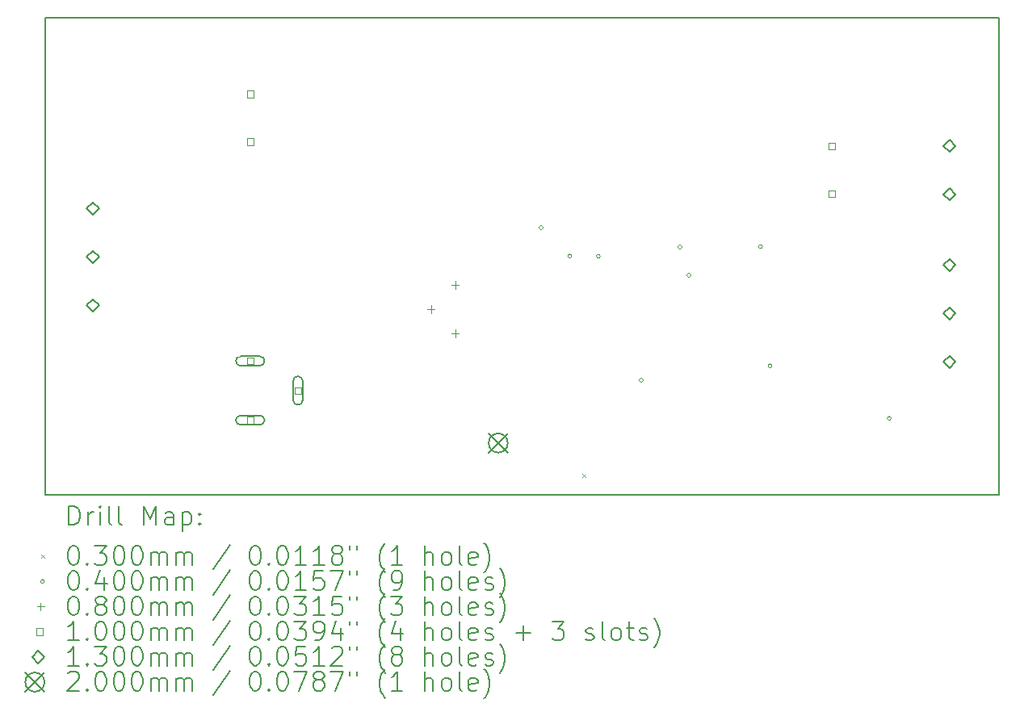
<source format=gbr>
%TF.GenerationSoftware,KiCad,Pcbnew,(6.0.10)*%
%TF.CreationDate,2023-01-08T15:35:18+00:00*%
%TF.ProjectId,NixiePowerAlternate,4e697869-6550-46f7-9765-72416c746572,rev?*%
%TF.SameCoordinates,Original*%
%TF.FileFunction,Drillmap*%
%TF.FilePolarity,Positive*%
%FSLAX45Y45*%
G04 Gerber Fmt 4.5, Leading zero omitted, Abs format (unit mm)*
G04 Created by KiCad (PCBNEW (6.0.10)) date 2023-01-08 15:35:18*
%MOMM*%
%LPD*%
G01*
G04 APERTURE LIST*
%ADD10C,0.150000*%
%ADD11C,0.200000*%
%ADD12C,0.030000*%
%ADD13C,0.040000*%
%ADD14C,0.080000*%
%ADD15C,0.100000*%
%ADD16C,0.130000*%
G04 APERTURE END LIST*
D10*
X20000000Y-15000000D02*
X10000000Y-15000000D01*
X10000000Y-15000000D02*
X10000000Y-10000000D01*
X10000000Y-10000000D02*
X20000000Y-10000000D01*
X20000000Y-10000000D02*
X20000000Y-15000000D01*
D11*
D12*
X15635000Y-14785000D02*
X15665000Y-14815000D01*
X15665000Y-14785000D02*
X15635000Y-14815000D01*
D13*
X15220000Y-12200000D02*
G75*
G03*
X15220000Y-12200000I-20000J0D01*
G01*
X15520000Y-12500000D02*
G75*
G03*
X15520000Y-12500000I-20000J0D01*
G01*
X15820000Y-12500000D02*
G75*
G03*
X15820000Y-12500000I-20000J0D01*
G01*
X16270000Y-13800000D02*
G75*
G03*
X16270000Y-13800000I-20000J0D01*
G01*
X16675000Y-12405000D02*
G75*
G03*
X16675000Y-12405000I-20000J0D01*
G01*
X16770000Y-12700000D02*
G75*
G03*
X16770000Y-12700000I-20000J0D01*
G01*
X17520000Y-12400000D02*
G75*
G03*
X17520000Y-12400000I-20000J0D01*
G01*
X17620000Y-13650000D02*
G75*
G03*
X17620000Y-13650000I-20000J0D01*
G01*
X18870000Y-14200000D02*
G75*
G03*
X18870000Y-14200000I-20000J0D01*
G01*
D14*
X14044500Y-13014000D02*
X14044500Y-13094000D01*
X14004500Y-13054000D02*
X14084500Y-13054000D01*
X14298500Y-12760000D02*
X14298500Y-12840000D01*
X14258500Y-12800000D02*
X14338500Y-12800000D01*
X14298500Y-13268000D02*
X14298500Y-13348000D01*
X14258500Y-13308000D02*
X14338500Y-13308000D01*
D15*
X12185356Y-10835356D02*
X12185356Y-10764644D01*
X12114644Y-10764644D01*
X12114644Y-10835356D01*
X12185356Y-10835356D01*
X12185356Y-11335356D02*
X12185356Y-11264644D01*
X12114644Y-11264644D01*
X12114644Y-11335356D01*
X12185356Y-11335356D01*
X12185356Y-13635356D02*
X12185356Y-13564644D01*
X12114644Y-13564644D01*
X12114644Y-13635356D01*
X12185356Y-13635356D01*
D11*
X12050000Y-13650000D02*
X12250000Y-13650000D01*
X12050000Y-13550000D02*
X12250000Y-13550000D01*
X12250000Y-13650000D02*
G75*
G03*
X12250000Y-13550000I0J50000D01*
G01*
X12050000Y-13550000D02*
G75*
G03*
X12050000Y-13650000I0J-50000D01*
G01*
D15*
X12185356Y-14255356D02*
X12185356Y-14184644D01*
X12114644Y-14184644D01*
X12114644Y-14255356D01*
X12185356Y-14255356D01*
D11*
X12050000Y-14270000D02*
X12250000Y-14270000D01*
X12050000Y-14170000D02*
X12250000Y-14170000D01*
X12250000Y-14270000D02*
G75*
G03*
X12250000Y-14170000I0J50000D01*
G01*
X12050000Y-14170000D02*
G75*
G03*
X12050000Y-14270000I0J-50000D01*
G01*
D15*
X12685356Y-13945356D02*
X12685356Y-13874644D01*
X12614644Y-13874644D01*
X12614644Y-13945356D01*
X12685356Y-13945356D01*
D11*
X12700000Y-14010000D02*
X12700000Y-13810000D01*
X12600000Y-14010000D02*
X12600000Y-13810000D01*
X12700000Y-13810000D02*
G75*
G03*
X12600000Y-13810000I-50000J0D01*
G01*
X12600000Y-14010000D02*
G75*
G03*
X12700000Y-14010000I50000J0D01*
G01*
D15*
X18285356Y-11379536D02*
X18285356Y-11308825D01*
X18214644Y-11308825D01*
X18214644Y-11379536D01*
X18285356Y-11379536D01*
X18285356Y-11879536D02*
X18285356Y-11808825D01*
X18214644Y-11808825D01*
X18214644Y-11879536D01*
X18285356Y-11879536D01*
D16*
X10500000Y-12065000D02*
X10565000Y-12000000D01*
X10500000Y-11935000D01*
X10435000Y-12000000D01*
X10500000Y-12065000D01*
X10500000Y-12573000D02*
X10565000Y-12508000D01*
X10500000Y-12443000D01*
X10435000Y-12508000D01*
X10500000Y-12573000D01*
X10500000Y-13081000D02*
X10565000Y-13016000D01*
X10500000Y-12951000D01*
X10435000Y-13016000D01*
X10500000Y-13081000D01*
X19480500Y-11407000D02*
X19545500Y-11342000D01*
X19480500Y-11277000D01*
X19415500Y-11342000D01*
X19480500Y-11407000D01*
X19480500Y-11915000D02*
X19545500Y-11850000D01*
X19480500Y-11785000D01*
X19415500Y-11850000D01*
X19480500Y-11915000D01*
X19480500Y-12658600D02*
X19545500Y-12593600D01*
X19480500Y-12528600D01*
X19415500Y-12593600D01*
X19480500Y-12658600D01*
X19480500Y-13166600D02*
X19545500Y-13101600D01*
X19480500Y-13036600D01*
X19415500Y-13101600D01*
X19480500Y-13166600D01*
X19480500Y-13674600D02*
X19545500Y-13609600D01*
X19480500Y-13544600D01*
X19415500Y-13609600D01*
X19480500Y-13674600D01*
D11*
X14650000Y-14360000D02*
X14850000Y-14560000D01*
X14850000Y-14360000D02*
X14650000Y-14560000D01*
X14850000Y-14460000D02*
G75*
G03*
X14850000Y-14460000I-100000J0D01*
G01*
X10250119Y-15317976D02*
X10250119Y-15117976D01*
X10297738Y-15117976D01*
X10326310Y-15127500D01*
X10345357Y-15146548D01*
X10354881Y-15165595D01*
X10364405Y-15203690D01*
X10364405Y-15232262D01*
X10354881Y-15270357D01*
X10345357Y-15289405D01*
X10326310Y-15308452D01*
X10297738Y-15317976D01*
X10250119Y-15317976D01*
X10450119Y-15317976D02*
X10450119Y-15184643D01*
X10450119Y-15222738D02*
X10459643Y-15203690D01*
X10469167Y-15194167D01*
X10488214Y-15184643D01*
X10507262Y-15184643D01*
X10573929Y-15317976D02*
X10573929Y-15184643D01*
X10573929Y-15117976D02*
X10564405Y-15127500D01*
X10573929Y-15137024D01*
X10583452Y-15127500D01*
X10573929Y-15117976D01*
X10573929Y-15137024D01*
X10697738Y-15317976D02*
X10678690Y-15308452D01*
X10669167Y-15289405D01*
X10669167Y-15117976D01*
X10802500Y-15317976D02*
X10783452Y-15308452D01*
X10773929Y-15289405D01*
X10773929Y-15117976D01*
X11031071Y-15317976D02*
X11031071Y-15117976D01*
X11097738Y-15260833D01*
X11164405Y-15117976D01*
X11164405Y-15317976D01*
X11345357Y-15317976D02*
X11345357Y-15213214D01*
X11335833Y-15194167D01*
X11316786Y-15184643D01*
X11278690Y-15184643D01*
X11259643Y-15194167D01*
X11345357Y-15308452D02*
X11326309Y-15317976D01*
X11278690Y-15317976D01*
X11259643Y-15308452D01*
X11250119Y-15289405D01*
X11250119Y-15270357D01*
X11259643Y-15251309D01*
X11278690Y-15241786D01*
X11326309Y-15241786D01*
X11345357Y-15232262D01*
X11440595Y-15184643D02*
X11440595Y-15384643D01*
X11440595Y-15194167D02*
X11459643Y-15184643D01*
X11497738Y-15184643D01*
X11516786Y-15194167D01*
X11526309Y-15203690D01*
X11535833Y-15222738D01*
X11535833Y-15279881D01*
X11526309Y-15298928D01*
X11516786Y-15308452D01*
X11497738Y-15317976D01*
X11459643Y-15317976D01*
X11440595Y-15308452D01*
X11621548Y-15298928D02*
X11631071Y-15308452D01*
X11621548Y-15317976D01*
X11612024Y-15308452D01*
X11621548Y-15298928D01*
X11621548Y-15317976D01*
X11621548Y-15194167D02*
X11631071Y-15203690D01*
X11621548Y-15213214D01*
X11612024Y-15203690D01*
X11621548Y-15194167D01*
X11621548Y-15213214D01*
D12*
X9962500Y-15632500D02*
X9992500Y-15662500D01*
X9992500Y-15632500D02*
X9962500Y-15662500D01*
D11*
X10288214Y-15537976D02*
X10307262Y-15537976D01*
X10326310Y-15547500D01*
X10335833Y-15557024D01*
X10345357Y-15576071D01*
X10354881Y-15614167D01*
X10354881Y-15661786D01*
X10345357Y-15699881D01*
X10335833Y-15718928D01*
X10326310Y-15728452D01*
X10307262Y-15737976D01*
X10288214Y-15737976D01*
X10269167Y-15728452D01*
X10259643Y-15718928D01*
X10250119Y-15699881D01*
X10240595Y-15661786D01*
X10240595Y-15614167D01*
X10250119Y-15576071D01*
X10259643Y-15557024D01*
X10269167Y-15547500D01*
X10288214Y-15537976D01*
X10440595Y-15718928D02*
X10450119Y-15728452D01*
X10440595Y-15737976D01*
X10431071Y-15728452D01*
X10440595Y-15718928D01*
X10440595Y-15737976D01*
X10516786Y-15537976D02*
X10640595Y-15537976D01*
X10573929Y-15614167D01*
X10602500Y-15614167D01*
X10621548Y-15623690D01*
X10631071Y-15633214D01*
X10640595Y-15652262D01*
X10640595Y-15699881D01*
X10631071Y-15718928D01*
X10621548Y-15728452D01*
X10602500Y-15737976D01*
X10545357Y-15737976D01*
X10526310Y-15728452D01*
X10516786Y-15718928D01*
X10764405Y-15537976D02*
X10783452Y-15537976D01*
X10802500Y-15547500D01*
X10812024Y-15557024D01*
X10821548Y-15576071D01*
X10831071Y-15614167D01*
X10831071Y-15661786D01*
X10821548Y-15699881D01*
X10812024Y-15718928D01*
X10802500Y-15728452D01*
X10783452Y-15737976D01*
X10764405Y-15737976D01*
X10745357Y-15728452D01*
X10735833Y-15718928D01*
X10726310Y-15699881D01*
X10716786Y-15661786D01*
X10716786Y-15614167D01*
X10726310Y-15576071D01*
X10735833Y-15557024D01*
X10745357Y-15547500D01*
X10764405Y-15537976D01*
X10954881Y-15537976D02*
X10973929Y-15537976D01*
X10992976Y-15547500D01*
X11002500Y-15557024D01*
X11012024Y-15576071D01*
X11021548Y-15614167D01*
X11021548Y-15661786D01*
X11012024Y-15699881D01*
X11002500Y-15718928D01*
X10992976Y-15728452D01*
X10973929Y-15737976D01*
X10954881Y-15737976D01*
X10935833Y-15728452D01*
X10926310Y-15718928D01*
X10916786Y-15699881D01*
X10907262Y-15661786D01*
X10907262Y-15614167D01*
X10916786Y-15576071D01*
X10926310Y-15557024D01*
X10935833Y-15547500D01*
X10954881Y-15537976D01*
X11107262Y-15737976D02*
X11107262Y-15604643D01*
X11107262Y-15623690D02*
X11116786Y-15614167D01*
X11135833Y-15604643D01*
X11164405Y-15604643D01*
X11183452Y-15614167D01*
X11192976Y-15633214D01*
X11192976Y-15737976D01*
X11192976Y-15633214D02*
X11202500Y-15614167D01*
X11221548Y-15604643D01*
X11250119Y-15604643D01*
X11269167Y-15614167D01*
X11278690Y-15633214D01*
X11278690Y-15737976D01*
X11373928Y-15737976D02*
X11373928Y-15604643D01*
X11373928Y-15623690D02*
X11383452Y-15614167D01*
X11402500Y-15604643D01*
X11431071Y-15604643D01*
X11450119Y-15614167D01*
X11459643Y-15633214D01*
X11459643Y-15737976D01*
X11459643Y-15633214D02*
X11469167Y-15614167D01*
X11488214Y-15604643D01*
X11516786Y-15604643D01*
X11535833Y-15614167D01*
X11545357Y-15633214D01*
X11545357Y-15737976D01*
X11935833Y-15528452D02*
X11764405Y-15785595D01*
X12192976Y-15537976D02*
X12212024Y-15537976D01*
X12231071Y-15547500D01*
X12240595Y-15557024D01*
X12250119Y-15576071D01*
X12259643Y-15614167D01*
X12259643Y-15661786D01*
X12250119Y-15699881D01*
X12240595Y-15718928D01*
X12231071Y-15728452D01*
X12212024Y-15737976D01*
X12192976Y-15737976D01*
X12173928Y-15728452D01*
X12164405Y-15718928D01*
X12154881Y-15699881D01*
X12145357Y-15661786D01*
X12145357Y-15614167D01*
X12154881Y-15576071D01*
X12164405Y-15557024D01*
X12173928Y-15547500D01*
X12192976Y-15537976D01*
X12345357Y-15718928D02*
X12354881Y-15728452D01*
X12345357Y-15737976D01*
X12335833Y-15728452D01*
X12345357Y-15718928D01*
X12345357Y-15737976D01*
X12478690Y-15537976D02*
X12497738Y-15537976D01*
X12516786Y-15547500D01*
X12526309Y-15557024D01*
X12535833Y-15576071D01*
X12545357Y-15614167D01*
X12545357Y-15661786D01*
X12535833Y-15699881D01*
X12526309Y-15718928D01*
X12516786Y-15728452D01*
X12497738Y-15737976D01*
X12478690Y-15737976D01*
X12459643Y-15728452D01*
X12450119Y-15718928D01*
X12440595Y-15699881D01*
X12431071Y-15661786D01*
X12431071Y-15614167D01*
X12440595Y-15576071D01*
X12450119Y-15557024D01*
X12459643Y-15547500D01*
X12478690Y-15537976D01*
X12735833Y-15737976D02*
X12621548Y-15737976D01*
X12678690Y-15737976D02*
X12678690Y-15537976D01*
X12659643Y-15566548D01*
X12640595Y-15585595D01*
X12621548Y-15595119D01*
X12926309Y-15737976D02*
X12812024Y-15737976D01*
X12869167Y-15737976D02*
X12869167Y-15537976D01*
X12850119Y-15566548D01*
X12831071Y-15585595D01*
X12812024Y-15595119D01*
X13040595Y-15623690D02*
X13021548Y-15614167D01*
X13012024Y-15604643D01*
X13002500Y-15585595D01*
X13002500Y-15576071D01*
X13012024Y-15557024D01*
X13021548Y-15547500D01*
X13040595Y-15537976D01*
X13078690Y-15537976D01*
X13097738Y-15547500D01*
X13107262Y-15557024D01*
X13116786Y-15576071D01*
X13116786Y-15585595D01*
X13107262Y-15604643D01*
X13097738Y-15614167D01*
X13078690Y-15623690D01*
X13040595Y-15623690D01*
X13021548Y-15633214D01*
X13012024Y-15642738D01*
X13002500Y-15661786D01*
X13002500Y-15699881D01*
X13012024Y-15718928D01*
X13021548Y-15728452D01*
X13040595Y-15737976D01*
X13078690Y-15737976D01*
X13097738Y-15728452D01*
X13107262Y-15718928D01*
X13116786Y-15699881D01*
X13116786Y-15661786D01*
X13107262Y-15642738D01*
X13097738Y-15633214D01*
X13078690Y-15623690D01*
X13192976Y-15537976D02*
X13192976Y-15576071D01*
X13269167Y-15537976D02*
X13269167Y-15576071D01*
X13564405Y-15814167D02*
X13554881Y-15804643D01*
X13535833Y-15776071D01*
X13526309Y-15757024D01*
X13516786Y-15728452D01*
X13507262Y-15680833D01*
X13507262Y-15642738D01*
X13516786Y-15595119D01*
X13526309Y-15566548D01*
X13535833Y-15547500D01*
X13554881Y-15518928D01*
X13564405Y-15509405D01*
X13745357Y-15737976D02*
X13631071Y-15737976D01*
X13688214Y-15737976D02*
X13688214Y-15537976D01*
X13669167Y-15566548D01*
X13650119Y-15585595D01*
X13631071Y-15595119D01*
X13983452Y-15737976D02*
X13983452Y-15537976D01*
X14069167Y-15737976D02*
X14069167Y-15633214D01*
X14059643Y-15614167D01*
X14040595Y-15604643D01*
X14012024Y-15604643D01*
X13992976Y-15614167D01*
X13983452Y-15623690D01*
X14192976Y-15737976D02*
X14173928Y-15728452D01*
X14164405Y-15718928D01*
X14154881Y-15699881D01*
X14154881Y-15642738D01*
X14164405Y-15623690D01*
X14173928Y-15614167D01*
X14192976Y-15604643D01*
X14221548Y-15604643D01*
X14240595Y-15614167D01*
X14250119Y-15623690D01*
X14259643Y-15642738D01*
X14259643Y-15699881D01*
X14250119Y-15718928D01*
X14240595Y-15728452D01*
X14221548Y-15737976D01*
X14192976Y-15737976D01*
X14373928Y-15737976D02*
X14354881Y-15728452D01*
X14345357Y-15709405D01*
X14345357Y-15537976D01*
X14526309Y-15728452D02*
X14507262Y-15737976D01*
X14469167Y-15737976D01*
X14450119Y-15728452D01*
X14440595Y-15709405D01*
X14440595Y-15633214D01*
X14450119Y-15614167D01*
X14469167Y-15604643D01*
X14507262Y-15604643D01*
X14526309Y-15614167D01*
X14535833Y-15633214D01*
X14535833Y-15652262D01*
X14440595Y-15671309D01*
X14602500Y-15814167D02*
X14612024Y-15804643D01*
X14631071Y-15776071D01*
X14640595Y-15757024D01*
X14650119Y-15728452D01*
X14659643Y-15680833D01*
X14659643Y-15642738D01*
X14650119Y-15595119D01*
X14640595Y-15566548D01*
X14631071Y-15547500D01*
X14612024Y-15518928D01*
X14602500Y-15509405D01*
D13*
X9992500Y-15911500D02*
G75*
G03*
X9992500Y-15911500I-20000J0D01*
G01*
D11*
X10288214Y-15801976D02*
X10307262Y-15801976D01*
X10326310Y-15811500D01*
X10335833Y-15821024D01*
X10345357Y-15840071D01*
X10354881Y-15878167D01*
X10354881Y-15925786D01*
X10345357Y-15963881D01*
X10335833Y-15982928D01*
X10326310Y-15992452D01*
X10307262Y-16001976D01*
X10288214Y-16001976D01*
X10269167Y-15992452D01*
X10259643Y-15982928D01*
X10250119Y-15963881D01*
X10240595Y-15925786D01*
X10240595Y-15878167D01*
X10250119Y-15840071D01*
X10259643Y-15821024D01*
X10269167Y-15811500D01*
X10288214Y-15801976D01*
X10440595Y-15982928D02*
X10450119Y-15992452D01*
X10440595Y-16001976D01*
X10431071Y-15992452D01*
X10440595Y-15982928D01*
X10440595Y-16001976D01*
X10621548Y-15868643D02*
X10621548Y-16001976D01*
X10573929Y-15792452D02*
X10526310Y-15935309D01*
X10650119Y-15935309D01*
X10764405Y-15801976D02*
X10783452Y-15801976D01*
X10802500Y-15811500D01*
X10812024Y-15821024D01*
X10821548Y-15840071D01*
X10831071Y-15878167D01*
X10831071Y-15925786D01*
X10821548Y-15963881D01*
X10812024Y-15982928D01*
X10802500Y-15992452D01*
X10783452Y-16001976D01*
X10764405Y-16001976D01*
X10745357Y-15992452D01*
X10735833Y-15982928D01*
X10726310Y-15963881D01*
X10716786Y-15925786D01*
X10716786Y-15878167D01*
X10726310Y-15840071D01*
X10735833Y-15821024D01*
X10745357Y-15811500D01*
X10764405Y-15801976D01*
X10954881Y-15801976D02*
X10973929Y-15801976D01*
X10992976Y-15811500D01*
X11002500Y-15821024D01*
X11012024Y-15840071D01*
X11021548Y-15878167D01*
X11021548Y-15925786D01*
X11012024Y-15963881D01*
X11002500Y-15982928D01*
X10992976Y-15992452D01*
X10973929Y-16001976D01*
X10954881Y-16001976D01*
X10935833Y-15992452D01*
X10926310Y-15982928D01*
X10916786Y-15963881D01*
X10907262Y-15925786D01*
X10907262Y-15878167D01*
X10916786Y-15840071D01*
X10926310Y-15821024D01*
X10935833Y-15811500D01*
X10954881Y-15801976D01*
X11107262Y-16001976D02*
X11107262Y-15868643D01*
X11107262Y-15887690D02*
X11116786Y-15878167D01*
X11135833Y-15868643D01*
X11164405Y-15868643D01*
X11183452Y-15878167D01*
X11192976Y-15897214D01*
X11192976Y-16001976D01*
X11192976Y-15897214D02*
X11202500Y-15878167D01*
X11221548Y-15868643D01*
X11250119Y-15868643D01*
X11269167Y-15878167D01*
X11278690Y-15897214D01*
X11278690Y-16001976D01*
X11373928Y-16001976D02*
X11373928Y-15868643D01*
X11373928Y-15887690D02*
X11383452Y-15878167D01*
X11402500Y-15868643D01*
X11431071Y-15868643D01*
X11450119Y-15878167D01*
X11459643Y-15897214D01*
X11459643Y-16001976D01*
X11459643Y-15897214D02*
X11469167Y-15878167D01*
X11488214Y-15868643D01*
X11516786Y-15868643D01*
X11535833Y-15878167D01*
X11545357Y-15897214D01*
X11545357Y-16001976D01*
X11935833Y-15792452D02*
X11764405Y-16049595D01*
X12192976Y-15801976D02*
X12212024Y-15801976D01*
X12231071Y-15811500D01*
X12240595Y-15821024D01*
X12250119Y-15840071D01*
X12259643Y-15878167D01*
X12259643Y-15925786D01*
X12250119Y-15963881D01*
X12240595Y-15982928D01*
X12231071Y-15992452D01*
X12212024Y-16001976D01*
X12192976Y-16001976D01*
X12173928Y-15992452D01*
X12164405Y-15982928D01*
X12154881Y-15963881D01*
X12145357Y-15925786D01*
X12145357Y-15878167D01*
X12154881Y-15840071D01*
X12164405Y-15821024D01*
X12173928Y-15811500D01*
X12192976Y-15801976D01*
X12345357Y-15982928D02*
X12354881Y-15992452D01*
X12345357Y-16001976D01*
X12335833Y-15992452D01*
X12345357Y-15982928D01*
X12345357Y-16001976D01*
X12478690Y-15801976D02*
X12497738Y-15801976D01*
X12516786Y-15811500D01*
X12526309Y-15821024D01*
X12535833Y-15840071D01*
X12545357Y-15878167D01*
X12545357Y-15925786D01*
X12535833Y-15963881D01*
X12526309Y-15982928D01*
X12516786Y-15992452D01*
X12497738Y-16001976D01*
X12478690Y-16001976D01*
X12459643Y-15992452D01*
X12450119Y-15982928D01*
X12440595Y-15963881D01*
X12431071Y-15925786D01*
X12431071Y-15878167D01*
X12440595Y-15840071D01*
X12450119Y-15821024D01*
X12459643Y-15811500D01*
X12478690Y-15801976D01*
X12735833Y-16001976D02*
X12621548Y-16001976D01*
X12678690Y-16001976D02*
X12678690Y-15801976D01*
X12659643Y-15830548D01*
X12640595Y-15849595D01*
X12621548Y-15859119D01*
X12916786Y-15801976D02*
X12821548Y-15801976D01*
X12812024Y-15897214D01*
X12821548Y-15887690D01*
X12840595Y-15878167D01*
X12888214Y-15878167D01*
X12907262Y-15887690D01*
X12916786Y-15897214D01*
X12926309Y-15916262D01*
X12926309Y-15963881D01*
X12916786Y-15982928D01*
X12907262Y-15992452D01*
X12888214Y-16001976D01*
X12840595Y-16001976D01*
X12821548Y-15992452D01*
X12812024Y-15982928D01*
X12992976Y-15801976D02*
X13126309Y-15801976D01*
X13040595Y-16001976D01*
X13192976Y-15801976D02*
X13192976Y-15840071D01*
X13269167Y-15801976D02*
X13269167Y-15840071D01*
X13564405Y-16078167D02*
X13554881Y-16068643D01*
X13535833Y-16040071D01*
X13526309Y-16021024D01*
X13516786Y-15992452D01*
X13507262Y-15944833D01*
X13507262Y-15906738D01*
X13516786Y-15859119D01*
X13526309Y-15830548D01*
X13535833Y-15811500D01*
X13554881Y-15782928D01*
X13564405Y-15773405D01*
X13650119Y-16001976D02*
X13688214Y-16001976D01*
X13707262Y-15992452D01*
X13716786Y-15982928D01*
X13735833Y-15954357D01*
X13745357Y-15916262D01*
X13745357Y-15840071D01*
X13735833Y-15821024D01*
X13726309Y-15811500D01*
X13707262Y-15801976D01*
X13669167Y-15801976D01*
X13650119Y-15811500D01*
X13640595Y-15821024D01*
X13631071Y-15840071D01*
X13631071Y-15887690D01*
X13640595Y-15906738D01*
X13650119Y-15916262D01*
X13669167Y-15925786D01*
X13707262Y-15925786D01*
X13726309Y-15916262D01*
X13735833Y-15906738D01*
X13745357Y-15887690D01*
X13983452Y-16001976D02*
X13983452Y-15801976D01*
X14069167Y-16001976D02*
X14069167Y-15897214D01*
X14059643Y-15878167D01*
X14040595Y-15868643D01*
X14012024Y-15868643D01*
X13992976Y-15878167D01*
X13983452Y-15887690D01*
X14192976Y-16001976D02*
X14173928Y-15992452D01*
X14164405Y-15982928D01*
X14154881Y-15963881D01*
X14154881Y-15906738D01*
X14164405Y-15887690D01*
X14173928Y-15878167D01*
X14192976Y-15868643D01*
X14221548Y-15868643D01*
X14240595Y-15878167D01*
X14250119Y-15887690D01*
X14259643Y-15906738D01*
X14259643Y-15963881D01*
X14250119Y-15982928D01*
X14240595Y-15992452D01*
X14221548Y-16001976D01*
X14192976Y-16001976D01*
X14373928Y-16001976D02*
X14354881Y-15992452D01*
X14345357Y-15973405D01*
X14345357Y-15801976D01*
X14526309Y-15992452D02*
X14507262Y-16001976D01*
X14469167Y-16001976D01*
X14450119Y-15992452D01*
X14440595Y-15973405D01*
X14440595Y-15897214D01*
X14450119Y-15878167D01*
X14469167Y-15868643D01*
X14507262Y-15868643D01*
X14526309Y-15878167D01*
X14535833Y-15897214D01*
X14535833Y-15916262D01*
X14440595Y-15935309D01*
X14612024Y-15992452D02*
X14631071Y-16001976D01*
X14669167Y-16001976D01*
X14688214Y-15992452D01*
X14697738Y-15973405D01*
X14697738Y-15963881D01*
X14688214Y-15944833D01*
X14669167Y-15935309D01*
X14640595Y-15935309D01*
X14621548Y-15925786D01*
X14612024Y-15906738D01*
X14612024Y-15897214D01*
X14621548Y-15878167D01*
X14640595Y-15868643D01*
X14669167Y-15868643D01*
X14688214Y-15878167D01*
X14764405Y-16078167D02*
X14773928Y-16068643D01*
X14792976Y-16040071D01*
X14802500Y-16021024D01*
X14812024Y-15992452D01*
X14821548Y-15944833D01*
X14821548Y-15906738D01*
X14812024Y-15859119D01*
X14802500Y-15830548D01*
X14792976Y-15811500D01*
X14773928Y-15782928D01*
X14764405Y-15773405D01*
D14*
X9952500Y-16135500D02*
X9952500Y-16215500D01*
X9912500Y-16175500D02*
X9992500Y-16175500D01*
D11*
X10288214Y-16065976D02*
X10307262Y-16065976D01*
X10326310Y-16075500D01*
X10335833Y-16085024D01*
X10345357Y-16104071D01*
X10354881Y-16142167D01*
X10354881Y-16189786D01*
X10345357Y-16227881D01*
X10335833Y-16246928D01*
X10326310Y-16256452D01*
X10307262Y-16265976D01*
X10288214Y-16265976D01*
X10269167Y-16256452D01*
X10259643Y-16246928D01*
X10250119Y-16227881D01*
X10240595Y-16189786D01*
X10240595Y-16142167D01*
X10250119Y-16104071D01*
X10259643Y-16085024D01*
X10269167Y-16075500D01*
X10288214Y-16065976D01*
X10440595Y-16246928D02*
X10450119Y-16256452D01*
X10440595Y-16265976D01*
X10431071Y-16256452D01*
X10440595Y-16246928D01*
X10440595Y-16265976D01*
X10564405Y-16151690D02*
X10545357Y-16142167D01*
X10535833Y-16132643D01*
X10526310Y-16113595D01*
X10526310Y-16104071D01*
X10535833Y-16085024D01*
X10545357Y-16075500D01*
X10564405Y-16065976D01*
X10602500Y-16065976D01*
X10621548Y-16075500D01*
X10631071Y-16085024D01*
X10640595Y-16104071D01*
X10640595Y-16113595D01*
X10631071Y-16132643D01*
X10621548Y-16142167D01*
X10602500Y-16151690D01*
X10564405Y-16151690D01*
X10545357Y-16161214D01*
X10535833Y-16170738D01*
X10526310Y-16189786D01*
X10526310Y-16227881D01*
X10535833Y-16246928D01*
X10545357Y-16256452D01*
X10564405Y-16265976D01*
X10602500Y-16265976D01*
X10621548Y-16256452D01*
X10631071Y-16246928D01*
X10640595Y-16227881D01*
X10640595Y-16189786D01*
X10631071Y-16170738D01*
X10621548Y-16161214D01*
X10602500Y-16151690D01*
X10764405Y-16065976D02*
X10783452Y-16065976D01*
X10802500Y-16075500D01*
X10812024Y-16085024D01*
X10821548Y-16104071D01*
X10831071Y-16142167D01*
X10831071Y-16189786D01*
X10821548Y-16227881D01*
X10812024Y-16246928D01*
X10802500Y-16256452D01*
X10783452Y-16265976D01*
X10764405Y-16265976D01*
X10745357Y-16256452D01*
X10735833Y-16246928D01*
X10726310Y-16227881D01*
X10716786Y-16189786D01*
X10716786Y-16142167D01*
X10726310Y-16104071D01*
X10735833Y-16085024D01*
X10745357Y-16075500D01*
X10764405Y-16065976D01*
X10954881Y-16065976D02*
X10973929Y-16065976D01*
X10992976Y-16075500D01*
X11002500Y-16085024D01*
X11012024Y-16104071D01*
X11021548Y-16142167D01*
X11021548Y-16189786D01*
X11012024Y-16227881D01*
X11002500Y-16246928D01*
X10992976Y-16256452D01*
X10973929Y-16265976D01*
X10954881Y-16265976D01*
X10935833Y-16256452D01*
X10926310Y-16246928D01*
X10916786Y-16227881D01*
X10907262Y-16189786D01*
X10907262Y-16142167D01*
X10916786Y-16104071D01*
X10926310Y-16085024D01*
X10935833Y-16075500D01*
X10954881Y-16065976D01*
X11107262Y-16265976D02*
X11107262Y-16132643D01*
X11107262Y-16151690D02*
X11116786Y-16142167D01*
X11135833Y-16132643D01*
X11164405Y-16132643D01*
X11183452Y-16142167D01*
X11192976Y-16161214D01*
X11192976Y-16265976D01*
X11192976Y-16161214D02*
X11202500Y-16142167D01*
X11221548Y-16132643D01*
X11250119Y-16132643D01*
X11269167Y-16142167D01*
X11278690Y-16161214D01*
X11278690Y-16265976D01*
X11373928Y-16265976D02*
X11373928Y-16132643D01*
X11373928Y-16151690D02*
X11383452Y-16142167D01*
X11402500Y-16132643D01*
X11431071Y-16132643D01*
X11450119Y-16142167D01*
X11459643Y-16161214D01*
X11459643Y-16265976D01*
X11459643Y-16161214D02*
X11469167Y-16142167D01*
X11488214Y-16132643D01*
X11516786Y-16132643D01*
X11535833Y-16142167D01*
X11545357Y-16161214D01*
X11545357Y-16265976D01*
X11935833Y-16056452D02*
X11764405Y-16313595D01*
X12192976Y-16065976D02*
X12212024Y-16065976D01*
X12231071Y-16075500D01*
X12240595Y-16085024D01*
X12250119Y-16104071D01*
X12259643Y-16142167D01*
X12259643Y-16189786D01*
X12250119Y-16227881D01*
X12240595Y-16246928D01*
X12231071Y-16256452D01*
X12212024Y-16265976D01*
X12192976Y-16265976D01*
X12173928Y-16256452D01*
X12164405Y-16246928D01*
X12154881Y-16227881D01*
X12145357Y-16189786D01*
X12145357Y-16142167D01*
X12154881Y-16104071D01*
X12164405Y-16085024D01*
X12173928Y-16075500D01*
X12192976Y-16065976D01*
X12345357Y-16246928D02*
X12354881Y-16256452D01*
X12345357Y-16265976D01*
X12335833Y-16256452D01*
X12345357Y-16246928D01*
X12345357Y-16265976D01*
X12478690Y-16065976D02*
X12497738Y-16065976D01*
X12516786Y-16075500D01*
X12526309Y-16085024D01*
X12535833Y-16104071D01*
X12545357Y-16142167D01*
X12545357Y-16189786D01*
X12535833Y-16227881D01*
X12526309Y-16246928D01*
X12516786Y-16256452D01*
X12497738Y-16265976D01*
X12478690Y-16265976D01*
X12459643Y-16256452D01*
X12450119Y-16246928D01*
X12440595Y-16227881D01*
X12431071Y-16189786D01*
X12431071Y-16142167D01*
X12440595Y-16104071D01*
X12450119Y-16085024D01*
X12459643Y-16075500D01*
X12478690Y-16065976D01*
X12612024Y-16065976D02*
X12735833Y-16065976D01*
X12669167Y-16142167D01*
X12697738Y-16142167D01*
X12716786Y-16151690D01*
X12726309Y-16161214D01*
X12735833Y-16180262D01*
X12735833Y-16227881D01*
X12726309Y-16246928D01*
X12716786Y-16256452D01*
X12697738Y-16265976D01*
X12640595Y-16265976D01*
X12621548Y-16256452D01*
X12612024Y-16246928D01*
X12926309Y-16265976D02*
X12812024Y-16265976D01*
X12869167Y-16265976D02*
X12869167Y-16065976D01*
X12850119Y-16094548D01*
X12831071Y-16113595D01*
X12812024Y-16123119D01*
X13107262Y-16065976D02*
X13012024Y-16065976D01*
X13002500Y-16161214D01*
X13012024Y-16151690D01*
X13031071Y-16142167D01*
X13078690Y-16142167D01*
X13097738Y-16151690D01*
X13107262Y-16161214D01*
X13116786Y-16180262D01*
X13116786Y-16227881D01*
X13107262Y-16246928D01*
X13097738Y-16256452D01*
X13078690Y-16265976D01*
X13031071Y-16265976D01*
X13012024Y-16256452D01*
X13002500Y-16246928D01*
X13192976Y-16065976D02*
X13192976Y-16104071D01*
X13269167Y-16065976D02*
X13269167Y-16104071D01*
X13564405Y-16342167D02*
X13554881Y-16332643D01*
X13535833Y-16304071D01*
X13526309Y-16285024D01*
X13516786Y-16256452D01*
X13507262Y-16208833D01*
X13507262Y-16170738D01*
X13516786Y-16123119D01*
X13526309Y-16094548D01*
X13535833Y-16075500D01*
X13554881Y-16046928D01*
X13564405Y-16037405D01*
X13621548Y-16065976D02*
X13745357Y-16065976D01*
X13678690Y-16142167D01*
X13707262Y-16142167D01*
X13726309Y-16151690D01*
X13735833Y-16161214D01*
X13745357Y-16180262D01*
X13745357Y-16227881D01*
X13735833Y-16246928D01*
X13726309Y-16256452D01*
X13707262Y-16265976D01*
X13650119Y-16265976D01*
X13631071Y-16256452D01*
X13621548Y-16246928D01*
X13983452Y-16265976D02*
X13983452Y-16065976D01*
X14069167Y-16265976D02*
X14069167Y-16161214D01*
X14059643Y-16142167D01*
X14040595Y-16132643D01*
X14012024Y-16132643D01*
X13992976Y-16142167D01*
X13983452Y-16151690D01*
X14192976Y-16265976D02*
X14173928Y-16256452D01*
X14164405Y-16246928D01*
X14154881Y-16227881D01*
X14154881Y-16170738D01*
X14164405Y-16151690D01*
X14173928Y-16142167D01*
X14192976Y-16132643D01*
X14221548Y-16132643D01*
X14240595Y-16142167D01*
X14250119Y-16151690D01*
X14259643Y-16170738D01*
X14259643Y-16227881D01*
X14250119Y-16246928D01*
X14240595Y-16256452D01*
X14221548Y-16265976D01*
X14192976Y-16265976D01*
X14373928Y-16265976D02*
X14354881Y-16256452D01*
X14345357Y-16237405D01*
X14345357Y-16065976D01*
X14526309Y-16256452D02*
X14507262Y-16265976D01*
X14469167Y-16265976D01*
X14450119Y-16256452D01*
X14440595Y-16237405D01*
X14440595Y-16161214D01*
X14450119Y-16142167D01*
X14469167Y-16132643D01*
X14507262Y-16132643D01*
X14526309Y-16142167D01*
X14535833Y-16161214D01*
X14535833Y-16180262D01*
X14440595Y-16199309D01*
X14612024Y-16256452D02*
X14631071Y-16265976D01*
X14669167Y-16265976D01*
X14688214Y-16256452D01*
X14697738Y-16237405D01*
X14697738Y-16227881D01*
X14688214Y-16208833D01*
X14669167Y-16199309D01*
X14640595Y-16199309D01*
X14621548Y-16189786D01*
X14612024Y-16170738D01*
X14612024Y-16161214D01*
X14621548Y-16142167D01*
X14640595Y-16132643D01*
X14669167Y-16132643D01*
X14688214Y-16142167D01*
X14764405Y-16342167D02*
X14773928Y-16332643D01*
X14792976Y-16304071D01*
X14802500Y-16285024D01*
X14812024Y-16256452D01*
X14821548Y-16208833D01*
X14821548Y-16170738D01*
X14812024Y-16123119D01*
X14802500Y-16094548D01*
X14792976Y-16075500D01*
X14773928Y-16046928D01*
X14764405Y-16037405D01*
D15*
X9977856Y-16474856D02*
X9977856Y-16404144D01*
X9907144Y-16404144D01*
X9907144Y-16474856D01*
X9977856Y-16474856D01*
D11*
X10354881Y-16529976D02*
X10240595Y-16529976D01*
X10297738Y-16529976D02*
X10297738Y-16329976D01*
X10278690Y-16358548D01*
X10259643Y-16377595D01*
X10240595Y-16387119D01*
X10440595Y-16510928D02*
X10450119Y-16520452D01*
X10440595Y-16529976D01*
X10431071Y-16520452D01*
X10440595Y-16510928D01*
X10440595Y-16529976D01*
X10573929Y-16329976D02*
X10592976Y-16329976D01*
X10612024Y-16339500D01*
X10621548Y-16349024D01*
X10631071Y-16368071D01*
X10640595Y-16406167D01*
X10640595Y-16453786D01*
X10631071Y-16491881D01*
X10621548Y-16510928D01*
X10612024Y-16520452D01*
X10592976Y-16529976D01*
X10573929Y-16529976D01*
X10554881Y-16520452D01*
X10545357Y-16510928D01*
X10535833Y-16491881D01*
X10526310Y-16453786D01*
X10526310Y-16406167D01*
X10535833Y-16368071D01*
X10545357Y-16349024D01*
X10554881Y-16339500D01*
X10573929Y-16329976D01*
X10764405Y-16329976D02*
X10783452Y-16329976D01*
X10802500Y-16339500D01*
X10812024Y-16349024D01*
X10821548Y-16368071D01*
X10831071Y-16406167D01*
X10831071Y-16453786D01*
X10821548Y-16491881D01*
X10812024Y-16510928D01*
X10802500Y-16520452D01*
X10783452Y-16529976D01*
X10764405Y-16529976D01*
X10745357Y-16520452D01*
X10735833Y-16510928D01*
X10726310Y-16491881D01*
X10716786Y-16453786D01*
X10716786Y-16406167D01*
X10726310Y-16368071D01*
X10735833Y-16349024D01*
X10745357Y-16339500D01*
X10764405Y-16329976D01*
X10954881Y-16329976D02*
X10973929Y-16329976D01*
X10992976Y-16339500D01*
X11002500Y-16349024D01*
X11012024Y-16368071D01*
X11021548Y-16406167D01*
X11021548Y-16453786D01*
X11012024Y-16491881D01*
X11002500Y-16510928D01*
X10992976Y-16520452D01*
X10973929Y-16529976D01*
X10954881Y-16529976D01*
X10935833Y-16520452D01*
X10926310Y-16510928D01*
X10916786Y-16491881D01*
X10907262Y-16453786D01*
X10907262Y-16406167D01*
X10916786Y-16368071D01*
X10926310Y-16349024D01*
X10935833Y-16339500D01*
X10954881Y-16329976D01*
X11107262Y-16529976D02*
X11107262Y-16396643D01*
X11107262Y-16415690D02*
X11116786Y-16406167D01*
X11135833Y-16396643D01*
X11164405Y-16396643D01*
X11183452Y-16406167D01*
X11192976Y-16425214D01*
X11192976Y-16529976D01*
X11192976Y-16425214D02*
X11202500Y-16406167D01*
X11221548Y-16396643D01*
X11250119Y-16396643D01*
X11269167Y-16406167D01*
X11278690Y-16425214D01*
X11278690Y-16529976D01*
X11373928Y-16529976D02*
X11373928Y-16396643D01*
X11373928Y-16415690D02*
X11383452Y-16406167D01*
X11402500Y-16396643D01*
X11431071Y-16396643D01*
X11450119Y-16406167D01*
X11459643Y-16425214D01*
X11459643Y-16529976D01*
X11459643Y-16425214D02*
X11469167Y-16406167D01*
X11488214Y-16396643D01*
X11516786Y-16396643D01*
X11535833Y-16406167D01*
X11545357Y-16425214D01*
X11545357Y-16529976D01*
X11935833Y-16320452D02*
X11764405Y-16577595D01*
X12192976Y-16329976D02*
X12212024Y-16329976D01*
X12231071Y-16339500D01*
X12240595Y-16349024D01*
X12250119Y-16368071D01*
X12259643Y-16406167D01*
X12259643Y-16453786D01*
X12250119Y-16491881D01*
X12240595Y-16510928D01*
X12231071Y-16520452D01*
X12212024Y-16529976D01*
X12192976Y-16529976D01*
X12173928Y-16520452D01*
X12164405Y-16510928D01*
X12154881Y-16491881D01*
X12145357Y-16453786D01*
X12145357Y-16406167D01*
X12154881Y-16368071D01*
X12164405Y-16349024D01*
X12173928Y-16339500D01*
X12192976Y-16329976D01*
X12345357Y-16510928D02*
X12354881Y-16520452D01*
X12345357Y-16529976D01*
X12335833Y-16520452D01*
X12345357Y-16510928D01*
X12345357Y-16529976D01*
X12478690Y-16329976D02*
X12497738Y-16329976D01*
X12516786Y-16339500D01*
X12526309Y-16349024D01*
X12535833Y-16368071D01*
X12545357Y-16406167D01*
X12545357Y-16453786D01*
X12535833Y-16491881D01*
X12526309Y-16510928D01*
X12516786Y-16520452D01*
X12497738Y-16529976D01*
X12478690Y-16529976D01*
X12459643Y-16520452D01*
X12450119Y-16510928D01*
X12440595Y-16491881D01*
X12431071Y-16453786D01*
X12431071Y-16406167D01*
X12440595Y-16368071D01*
X12450119Y-16349024D01*
X12459643Y-16339500D01*
X12478690Y-16329976D01*
X12612024Y-16329976D02*
X12735833Y-16329976D01*
X12669167Y-16406167D01*
X12697738Y-16406167D01*
X12716786Y-16415690D01*
X12726309Y-16425214D01*
X12735833Y-16444262D01*
X12735833Y-16491881D01*
X12726309Y-16510928D01*
X12716786Y-16520452D01*
X12697738Y-16529976D01*
X12640595Y-16529976D01*
X12621548Y-16520452D01*
X12612024Y-16510928D01*
X12831071Y-16529976D02*
X12869167Y-16529976D01*
X12888214Y-16520452D01*
X12897738Y-16510928D01*
X12916786Y-16482357D01*
X12926309Y-16444262D01*
X12926309Y-16368071D01*
X12916786Y-16349024D01*
X12907262Y-16339500D01*
X12888214Y-16329976D01*
X12850119Y-16329976D01*
X12831071Y-16339500D01*
X12821548Y-16349024D01*
X12812024Y-16368071D01*
X12812024Y-16415690D01*
X12821548Y-16434738D01*
X12831071Y-16444262D01*
X12850119Y-16453786D01*
X12888214Y-16453786D01*
X12907262Y-16444262D01*
X12916786Y-16434738D01*
X12926309Y-16415690D01*
X13097738Y-16396643D02*
X13097738Y-16529976D01*
X13050119Y-16320452D02*
X13002500Y-16463309D01*
X13126309Y-16463309D01*
X13192976Y-16329976D02*
X13192976Y-16368071D01*
X13269167Y-16329976D02*
X13269167Y-16368071D01*
X13564405Y-16606167D02*
X13554881Y-16596643D01*
X13535833Y-16568071D01*
X13526309Y-16549024D01*
X13516786Y-16520452D01*
X13507262Y-16472833D01*
X13507262Y-16434738D01*
X13516786Y-16387119D01*
X13526309Y-16358548D01*
X13535833Y-16339500D01*
X13554881Y-16310928D01*
X13564405Y-16301405D01*
X13726309Y-16396643D02*
X13726309Y-16529976D01*
X13678690Y-16320452D02*
X13631071Y-16463309D01*
X13754881Y-16463309D01*
X13983452Y-16529976D02*
X13983452Y-16329976D01*
X14069167Y-16529976D02*
X14069167Y-16425214D01*
X14059643Y-16406167D01*
X14040595Y-16396643D01*
X14012024Y-16396643D01*
X13992976Y-16406167D01*
X13983452Y-16415690D01*
X14192976Y-16529976D02*
X14173928Y-16520452D01*
X14164405Y-16510928D01*
X14154881Y-16491881D01*
X14154881Y-16434738D01*
X14164405Y-16415690D01*
X14173928Y-16406167D01*
X14192976Y-16396643D01*
X14221548Y-16396643D01*
X14240595Y-16406167D01*
X14250119Y-16415690D01*
X14259643Y-16434738D01*
X14259643Y-16491881D01*
X14250119Y-16510928D01*
X14240595Y-16520452D01*
X14221548Y-16529976D01*
X14192976Y-16529976D01*
X14373928Y-16529976D02*
X14354881Y-16520452D01*
X14345357Y-16501405D01*
X14345357Y-16329976D01*
X14526309Y-16520452D02*
X14507262Y-16529976D01*
X14469167Y-16529976D01*
X14450119Y-16520452D01*
X14440595Y-16501405D01*
X14440595Y-16425214D01*
X14450119Y-16406167D01*
X14469167Y-16396643D01*
X14507262Y-16396643D01*
X14526309Y-16406167D01*
X14535833Y-16425214D01*
X14535833Y-16444262D01*
X14440595Y-16463309D01*
X14612024Y-16520452D02*
X14631071Y-16529976D01*
X14669167Y-16529976D01*
X14688214Y-16520452D01*
X14697738Y-16501405D01*
X14697738Y-16491881D01*
X14688214Y-16472833D01*
X14669167Y-16463309D01*
X14640595Y-16463309D01*
X14621548Y-16453786D01*
X14612024Y-16434738D01*
X14612024Y-16425214D01*
X14621548Y-16406167D01*
X14640595Y-16396643D01*
X14669167Y-16396643D01*
X14688214Y-16406167D01*
X14935833Y-16453786D02*
X15088214Y-16453786D01*
X15012024Y-16529976D02*
X15012024Y-16377595D01*
X15316786Y-16329976D02*
X15440595Y-16329976D01*
X15373928Y-16406167D01*
X15402500Y-16406167D01*
X15421548Y-16415690D01*
X15431071Y-16425214D01*
X15440595Y-16444262D01*
X15440595Y-16491881D01*
X15431071Y-16510928D01*
X15421548Y-16520452D01*
X15402500Y-16529976D01*
X15345357Y-16529976D01*
X15326309Y-16520452D01*
X15316786Y-16510928D01*
X15669167Y-16520452D02*
X15688214Y-16529976D01*
X15726309Y-16529976D01*
X15745357Y-16520452D01*
X15754881Y-16501405D01*
X15754881Y-16491881D01*
X15745357Y-16472833D01*
X15726309Y-16463309D01*
X15697738Y-16463309D01*
X15678690Y-16453786D01*
X15669167Y-16434738D01*
X15669167Y-16425214D01*
X15678690Y-16406167D01*
X15697738Y-16396643D01*
X15726309Y-16396643D01*
X15745357Y-16406167D01*
X15869167Y-16529976D02*
X15850119Y-16520452D01*
X15840595Y-16501405D01*
X15840595Y-16329976D01*
X15973928Y-16529976D02*
X15954881Y-16520452D01*
X15945357Y-16510928D01*
X15935833Y-16491881D01*
X15935833Y-16434738D01*
X15945357Y-16415690D01*
X15954881Y-16406167D01*
X15973928Y-16396643D01*
X16002500Y-16396643D01*
X16021548Y-16406167D01*
X16031071Y-16415690D01*
X16040595Y-16434738D01*
X16040595Y-16491881D01*
X16031071Y-16510928D01*
X16021548Y-16520452D01*
X16002500Y-16529976D01*
X15973928Y-16529976D01*
X16097738Y-16396643D02*
X16173928Y-16396643D01*
X16126309Y-16329976D02*
X16126309Y-16501405D01*
X16135833Y-16520452D01*
X16154881Y-16529976D01*
X16173928Y-16529976D01*
X16231071Y-16520452D02*
X16250119Y-16529976D01*
X16288214Y-16529976D01*
X16307262Y-16520452D01*
X16316786Y-16501405D01*
X16316786Y-16491881D01*
X16307262Y-16472833D01*
X16288214Y-16463309D01*
X16259643Y-16463309D01*
X16240595Y-16453786D01*
X16231071Y-16434738D01*
X16231071Y-16425214D01*
X16240595Y-16406167D01*
X16259643Y-16396643D01*
X16288214Y-16396643D01*
X16307262Y-16406167D01*
X16383452Y-16606167D02*
X16392976Y-16596643D01*
X16412024Y-16568071D01*
X16421548Y-16549024D01*
X16431071Y-16520452D01*
X16440595Y-16472833D01*
X16440595Y-16434738D01*
X16431071Y-16387119D01*
X16421548Y-16358548D01*
X16412024Y-16339500D01*
X16392976Y-16310928D01*
X16383452Y-16301405D01*
D16*
X9927500Y-16768500D02*
X9992500Y-16703500D01*
X9927500Y-16638500D01*
X9862500Y-16703500D01*
X9927500Y-16768500D01*
D11*
X10354881Y-16793976D02*
X10240595Y-16793976D01*
X10297738Y-16793976D02*
X10297738Y-16593976D01*
X10278690Y-16622548D01*
X10259643Y-16641595D01*
X10240595Y-16651119D01*
X10440595Y-16774928D02*
X10450119Y-16784452D01*
X10440595Y-16793976D01*
X10431071Y-16784452D01*
X10440595Y-16774928D01*
X10440595Y-16793976D01*
X10516786Y-16593976D02*
X10640595Y-16593976D01*
X10573929Y-16670167D01*
X10602500Y-16670167D01*
X10621548Y-16679690D01*
X10631071Y-16689214D01*
X10640595Y-16708262D01*
X10640595Y-16755881D01*
X10631071Y-16774928D01*
X10621548Y-16784452D01*
X10602500Y-16793976D01*
X10545357Y-16793976D01*
X10526310Y-16784452D01*
X10516786Y-16774928D01*
X10764405Y-16593976D02*
X10783452Y-16593976D01*
X10802500Y-16603500D01*
X10812024Y-16613024D01*
X10821548Y-16632071D01*
X10831071Y-16670167D01*
X10831071Y-16717786D01*
X10821548Y-16755881D01*
X10812024Y-16774928D01*
X10802500Y-16784452D01*
X10783452Y-16793976D01*
X10764405Y-16793976D01*
X10745357Y-16784452D01*
X10735833Y-16774928D01*
X10726310Y-16755881D01*
X10716786Y-16717786D01*
X10716786Y-16670167D01*
X10726310Y-16632071D01*
X10735833Y-16613024D01*
X10745357Y-16603500D01*
X10764405Y-16593976D01*
X10954881Y-16593976D02*
X10973929Y-16593976D01*
X10992976Y-16603500D01*
X11002500Y-16613024D01*
X11012024Y-16632071D01*
X11021548Y-16670167D01*
X11021548Y-16717786D01*
X11012024Y-16755881D01*
X11002500Y-16774928D01*
X10992976Y-16784452D01*
X10973929Y-16793976D01*
X10954881Y-16793976D01*
X10935833Y-16784452D01*
X10926310Y-16774928D01*
X10916786Y-16755881D01*
X10907262Y-16717786D01*
X10907262Y-16670167D01*
X10916786Y-16632071D01*
X10926310Y-16613024D01*
X10935833Y-16603500D01*
X10954881Y-16593976D01*
X11107262Y-16793976D02*
X11107262Y-16660643D01*
X11107262Y-16679690D02*
X11116786Y-16670167D01*
X11135833Y-16660643D01*
X11164405Y-16660643D01*
X11183452Y-16670167D01*
X11192976Y-16689214D01*
X11192976Y-16793976D01*
X11192976Y-16689214D02*
X11202500Y-16670167D01*
X11221548Y-16660643D01*
X11250119Y-16660643D01*
X11269167Y-16670167D01*
X11278690Y-16689214D01*
X11278690Y-16793976D01*
X11373928Y-16793976D02*
X11373928Y-16660643D01*
X11373928Y-16679690D02*
X11383452Y-16670167D01*
X11402500Y-16660643D01*
X11431071Y-16660643D01*
X11450119Y-16670167D01*
X11459643Y-16689214D01*
X11459643Y-16793976D01*
X11459643Y-16689214D02*
X11469167Y-16670167D01*
X11488214Y-16660643D01*
X11516786Y-16660643D01*
X11535833Y-16670167D01*
X11545357Y-16689214D01*
X11545357Y-16793976D01*
X11935833Y-16584452D02*
X11764405Y-16841595D01*
X12192976Y-16593976D02*
X12212024Y-16593976D01*
X12231071Y-16603500D01*
X12240595Y-16613024D01*
X12250119Y-16632071D01*
X12259643Y-16670167D01*
X12259643Y-16717786D01*
X12250119Y-16755881D01*
X12240595Y-16774928D01*
X12231071Y-16784452D01*
X12212024Y-16793976D01*
X12192976Y-16793976D01*
X12173928Y-16784452D01*
X12164405Y-16774928D01*
X12154881Y-16755881D01*
X12145357Y-16717786D01*
X12145357Y-16670167D01*
X12154881Y-16632071D01*
X12164405Y-16613024D01*
X12173928Y-16603500D01*
X12192976Y-16593976D01*
X12345357Y-16774928D02*
X12354881Y-16784452D01*
X12345357Y-16793976D01*
X12335833Y-16784452D01*
X12345357Y-16774928D01*
X12345357Y-16793976D01*
X12478690Y-16593976D02*
X12497738Y-16593976D01*
X12516786Y-16603500D01*
X12526309Y-16613024D01*
X12535833Y-16632071D01*
X12545357Y-16670167D01*
X12545357Y-16717786D01*
X12535833Y-16755881D01*
X12526309Y-16774928D01*
X12516786Y-16784452D01*
X12497738Y-16793976D01*
X12478690Y-16793976D01*
X12459643Y-16784452D01*
X12450119Y-16774928D01*
X12440595Y-16755881D01*
X12431071Y-16717786D01*
X12431071Y-16670167D01*
X12440595Y-16632071D01*
X12450119Y-16613024D01*
X12459643Y-16603500D01*
X12478690Y-16593976D01*
X12726309Y-16593976D02*
X12631071Y-16593976D01*
X12621548Y-16689214D01*
X12631071Y-16679690D01*
X12650119Y-16670167D01*
X12697738Y-16670167D01*
X12716786Y-16679690D01*
X12726309Y-16689214D01*
X12735833Y-16708262D01*
X12735833Y-16755881D01*
X12726309Y-16774928D01*
X12716786Y-16784452D01*
X12697738Y-16793976D01*
X12650119Y-16793976D01*
X12631071Y-16784452D01*
X12621548Y-16774928D01*
X12926309Y-16793976D02*
X12812024Y-16793976D01*
X12869167Y-16793976D02*
X12869167Y-16593976D01*
X12850119Y-16622548D01*
X12831071Y-16641595D01*
X12812024Y-16651119D01*
X13002500Y-16613024D02*
X13012024Y-16603500D01*
X13031071Y-16593976D01*
X13078690Y-16593976D01*
X13097738Y-16603500D01*
X13107262Y-16613024D01*
X13116786Y-16632071D01*
X13116786Y-16651119D01*
X13107262Y-16679690D01*
X12992976Y-16793976D01*
X13116786Y-16793976D01*
X13192976Y-16593976D02*
X13192976Y-16632071D01*
X13269167Y-16593976D02*
X13269167Y-16632071D01*
X13564405Y-16870167D02*
X13554881Y-16860643D01*
X13535833Y-16832071D01*
X13526309Y-16813024D01*
X13516786Y-16784452D01*
X13507262Y-16736833D01*
X13507262Y-16698738D01*
X13516786Y-16651119D01*
X13526309Y-16622548D01*
X13535833Y-16603500D01*
X13554881Y-16574928D01*
X13564405Y-16565405D01*
X13669167Y-16679690D02*
X13650119Y-16670167D01*
X13640595Y-16660643D01*
X13631071Y-16641595D01*
X13631071Y-16632071D01*
X13640595Y-16613024D01*
X13650119Y-16603500D01*
X13669167Y-16593976D01*
X13707262Y-16593976D01*
X13726309Y-16603500D01*
X13735833Y-16613024D01*
X13745357Y-16632071D01*
X13745357Y-16641595D01*
X13735833Y-16660643D01*
X13726309Y-16670167D01*
X13707262Y-16679690D01*
X13669167Y-16679690D01*
X13650119Y-16689214D01*
X13640595Y-16698738D01*
X13631071Y-16717786D01*
X13631071Y-16755881D01*
X13640595Y-16774928D01*
X13650119Y-16784452D01*
X13669167Y-16793976D01*
X13707262Y-16793976D01*
X13726309Y-16784452D01*
X13735833Y-16774928D01*
X13745357Y-16755881D01*
X13745357Y-16717786D01*
X13735833Y-16698738D01*
X13726309Y-16689214D01*
X13707262Y-16679690D01*
X13983452Y-16793976D02*
X13983452Y-16593976D01*
X14069167Y-16793976D02*
X14069167Y-16689214D01*
X14059643Y-16670167D01*
X14040595Y-16660643D01*
X14012024Y-16660643D01*
X13992976Y-16670167D01*
X13983452Y-16679690D01*
X14192976Y-16793976D02*
X14173928Y-16784452D01*
X14164405Y-16774928D01*
X14154881Y-16755881D01*
X14154881Y-16698738D01*
X14164405Y-16679690D01*
X14173928Y-16670167D01*
X14192976Y-16660643D01*
X14221548Y-16660643D01*
X14240595Y-16670167D01*
X14250119Y-16679690D01*
X14259643Y-16698738D01*
X14259643Y-16755881D01*
X14250119Y-16774928D01*
X14240595Y-16784452D01*
X14221548Y-16793976D01*
X14192976Y-16793976D01*
X14373928Y-16793976D02*
X14354881Y-16784452D01*
X14345357Y-16765405D01*
X14345357Y-16593976D01*
X14526309Y-16784452D02*
X14507262Y-16793976D01*
X14469167Y-16793976D01*
X14450119Y-16784452D01*
X14440595Y-16765405D01*
X14440595Y-16689214D01*
X14450119Y-16670167D01*
X14469167Y-16660643D01*
X14507262Y-16660643D01*
X14526309Y-16670167D01*
X14535833Y-16689214D01*
X14535833Y-16708262D01*
X14440595Y-16727309D01*
X14612024Y-16784452D02*
X14631071Y-16793976D01*
X14669167Y-16793976D01*
X14688214Y-16784452D01*
X14697738Y-16765405D01*
X14697738Y-16755881D01*
X14688214Y-16736833D01*
X14669167Y-16727309D01*
X14640595Y-16727309D01*
X14621548Y-16717786D01*
X14612024Y-16698738D01*
X14612024Y-16689214D01*
X14621548Y-16670167D01*
X14640595Y-16660643D01*
X14669167Y-16660643D01*
X14688214Y-16670167D01*
X14764405Y-16870167D02*
X14773928Y-16860643D01*
X14792976Y-16832071D01*
X14802500Y-16813024D01*
X14812024Y-16784452D01*
X14821548Y-16736833D01*
X14821548Y-16698738D01*
X14812024Y-16651119D01*
X14802500Y-16622548D01*
X14792976Y-16603500D01*
X14773928Y-16574928D01*
X14764405Y-16565405D01*
X9792500Y-16867500D02*
X9992500Y-17067500D01*
X9992500Y-16867500D02*
X9792500Y-17067500D01*
X9992500Y-16967500D02*
G75*
G03*
X9992500Y-16967500I-100000J0D01*
G01*
X10240595Y-16877024D02*
X10250119Y-16867500D01*
X10269167Y-16857976D01*
X10316786Y-16857976D01*
X10335833Y-16867500D01*
X10345357Y-16877024D01*
X10354881Y-16896071D01*
X10354881Y-16915119D01*
X10345357Y-16943690D01*
X10231071Y-17057976D01*
X10354881Y-17057976D01*
X10440595Y-17038929D02*
X10450119Y-17048452D01*
X10440595Y-17057976D01*
X10431071Y-17048452D01*
X10440595Y-17038929D01*
X10440595Y-17057976D01*
X10573929Y-16857976D02*
X10592976Y-16857976D01*
X10612024Y-16867500D01*
X10621548Y-16877024D01*
X10631071Y-16896071D01*
X10640595Y-16934167D01*
X10640595Y-16981786D01*
X10631071Y-17019881D01*
X10621548Y-17038929D01*
X10612024Y-17048452D01*
X10592976Y-17057976D01*
X10573929Y-17057976D01*
X10554881Y-17048452D01*
X10545357Y-17038929D01*
X10535833Y-17019881D01*
X10526310Y-16981786D01*
X10526310Y-16934167D01*
X10535833Y-16896071D01*
X10545357Y-16877024D01*
X10554881Y-16867500D01*
X10573929Y-16857976D01*
X10764405Y-16857976D02*
X10783452Y-16857976D01*
X10802500Y-16867500D01*
X10812024Y-16877024D01*
X10821548Y-16896071D01*
X10831071Y-16934167D01*
X10831071Y-16981786D01*
X10821548Y-17019881D01*
X10812024Y-17038929D01*
X10802500Y-17048452D01*
X10783452Y-17057976D01*
X10764405Y-17057976D01*
X10745357Y-17048452D01*
X10735833Y-17038929D01*
X10726310Y-17019881D01*
X10716786Y-16981786D01*
X10716786Y-16934167D01*
X10726310Y-16896071D01*
X10735833Y-16877024D01*
X10745357Y-16867500D01*
X10764405Y-16857976D01*
X10954881Y-16857976D02*
X10973929Y-16857976D01*
X10992976Y-16867500D01*
X11002500Y-16877024D01*
X11012024Y-16896071D01*
X11021548Y-16934167D01*
X11021548Y-16981786D01*
X11012024Y-17019881D01*
X11002500Y-17038929D01*
X10992976Y-17048452D01*
X10973929Y-17057976D01*
X10954881Y-17057976D01*
X10935833Y-17048452D01*
X10926310Y-17038929D01*
X10916786Y-17019881D01*
X10907262Y-16981786D01*
X10907262Y-16934167D01*
X10916786Y-16896071D01*
X10926310Y-16877024D01*
X10935833Y-16867500D01*
X10954881Y-16857976D01*
X11107262Y-17057976D02*
X11107262Y-16924643D01*
X11107262Y-16943690D02*
X11116786Y-16934167D01*
X11135833Y-16924643D01*
X11164405Y-16924643D01*
X11183452Y-16934167D01*
X11192976Y-16953214D01*
X11192976Y-17057976D01*
X11192976Y-16953214D02*
X11202500Y-16934167D01*
X11221548Y-16924643D01*
X11250119Y-16924643D01*
X11269167Y-16934167D01*
X11278690Y-16953214D01*
X11278690Y-17057976D01*
X11373928Y-17057976D02*
X11373928Y-16924643D01*
X11373928Y-16943690D02*
X11383452Y-16934167D01*
X11402500Y-16924643D01*
X11431071Y-16924643D01*
X11450119Y-16934167D01*
X11459643Y-16953214D01*
X11459643Y-17057976D01*
X11459643Y-16953214D02*
X11469167Y-16934167D01*
X11488214Y-16924643D01*
X11516786Y-16924643D01*
X11535833Y-16934167D01*
X11545357Y-16953214D01*
X11545357Y-17057976D01*
X11935833Y-16848452D02*
X11764405Y-17105595D01*
X12192976Y-16857976D02*
X12212024Y-16857976D01*
X12231071Y-16867500D01*
X12240595Y-16877024D01*
X12250119Y-16896071D01*
X12259643Y-16934167D01*
X12259643Y-16981786D01*
X12250119Y-17019881D01*
X12240595Y-17038929D01*
X12231071Y-17048452D01*
X12212024Y-17057976D01*
X12192976Y-17057976D01*
X12173928Y-17048452D01*
X12164405Y-17038929D01*
X12154881Y-17019881D01*
X12145357Y-16981786D01*
X12145357Y-16934167D01*
X12154881Y-16896071D01*
X12164405Y-16877024D01*
X12173928Y-16867500D01*
X12192976Y-16857976D01*
X12345357Y-17038929D02*
X12354881Y-17048452D01*
X12345357Y-17057976D01*
X12335833Y-17048452D01*
X12345357Y-17038929D01*
X12345357Y-17057976D01*
X12478690Y-16857976D02*
X12497738Y-16857976D01*
X12516786Y-16867500D01*
X12526309Y-16877024D01*
X12535833Y-16896071D01*
X12545357Y-16934167D01*
X12545357Y-16981786D01*
X12535833Y-17019881D01*
X12526309Y-17038929D01*
X12516786Y-17048452D01*
X12497738Y-17057976D01*
X12478690Y-17057976D01*
X12459643Y-17048452D01*
X12450119Y-17038929D01*
X12440595Y-17019881D01*
X12431071Y-16981786D01*
X12431071Y-16934167D01*
X12440595Y-16896071D01*
X12450119Y-16877024D01*
X12459643Y-16867500D01*
X12478690Y-16857976D01*
X12612024Y-16857976D02*
X12745357Y-16857976D01*
X12659643Y-17057976D01*
X12850119Y-16943690D02*
X12831071Y-16934167D01*
X12821548Y-16924643D01*
X12812024Y-16905595D01*
X12812024Y-16896071D01*
X12821548Y-16877024D01*
X12831071Y-16867500D01*
X12850119Y-16857976D01*
X12888214Y-16857976D01*
X12907262Y-16867500D01*
X12916786Y-16877024D01*
X12926309Y-16896071D01*
X12926309Y-16905595D01*
X12916786Y-16924643D01*
X12907262Y-16934167D01*
X12888214Y-16943690D01*
X12850119Y-16943690D01*
X12831071Y-16953214D01*
X12821548Y-16962738D01*
X12812024Y-16981786D01*
X12812024Y-17019881D01*
X12821548Y-17038929D01*
X12831071Y-17048452D01*
X12850119Y-17057976D01*
X12888214Y-17057976D01*
X12907262Y-17048452D01*
X12916786Y-17038929D01*
X12926309Y-17019881D01*
X12926309Y-16981786D01*
X12916786Y-16962738D01*
X12907262Y-16953214D01*
X12888214Y-16943690D01*
X12992976Y-16857976D02*
X13126309Y-16857976D01*
X13040595Y-17057976D01*
X13192976Y-16857976D02*
X13192976Y-16896071D01*
X13269167Y-16857976D02*
X13269167Y-16896071D01*
X13564405Y-17134167D02*
X13554881Y-17124643D01*
X13535833Y-17096071D01*
X13526309Y-17077024D01*
X13516786Y-17048452D01*
X13507262Y-17000833D01*
X13507262Y-16962738D01*
X13516786Y-16915119D01*
X13526309Y-16886548D01*
X13535833Y-16867500D01*
X13554881Y-16838929D01*
X13564405Y-16829405D01*
X13745357Y-17057976D02*
X13631071Y-17057976D01*
X13688214Y-17057976D02*
X13688214Y-16857976D01*
X13669167Y-16886548D01*
X13650119Y-16905595D01*
X13631071Y-16915119D01*
X13983452Y-17057976D02*
X13983452Y-16857976D01*
X14069167Y-17057976D02*
X14069167Y-16953214D01*
X14059643Y-16934167D01*
X14040595Y-16924643D01*
X14012024Y-16924643D01*
X13992976Y-16934167D01*
X13983452Y-16943690D01*
X14192976Y-17057976D02*
X14173928Y-17048452D01*
X14164405Y-17038929D01*
X14154881Y-17019881D01*
X14154881Y-16962738D01*
X14164405Y-16943690D01*
X14173928Y-16934167D01*
X14192976Y-16924643D01*
X14221548Y-16924643D01*
X14240595Y-16934167D01*
X14250119Y-16943690D01*
X14259643Y-16962738D01*
X14259643Y-17019881D01*
X14250119Y-17038929D01*
X14240595Y-17048452D01*
X14221548Y-17057976D01*
X14192976Y-17057976D01*
X14373928Y-17057976D02*
X14354881Y-17048452D01*
X14345357Y-17029405D01*
X14345357Y-16857976D01*
X14526309Y-17048452D02*
X14507262Y-17057976D01*
X14469167Y-17057976D01*
X14450119Y-17048452D01*
X14440595Y-17029405D01*
X14440595Y-16953214D01*
X14450119Y-16934167D01*
X14469167Y-16924643D01*
X14507262Y-16924643D01*
X14526309Y-16934167D01*
X14535833Y-16953214D01*
X14535833Y-16972262D01*
X14440595Y-16991310D01*
X14602500Y-17134167D02*
X14612024Y-17124643D01*
X14631071Y-17096071D01*
X14640595Y-17077024D01*
X14650119Y-17048452D01*
X14659643Y-17000833D01*
X14659643Y-16962738D01*
X14650119Y-16915119D01*
X14640595Y-16886548D01*
X14631071Y-16867500D01*
X14612024Y-16838929D01*
X14602500Y-16829405D01*
M02*

</source>
